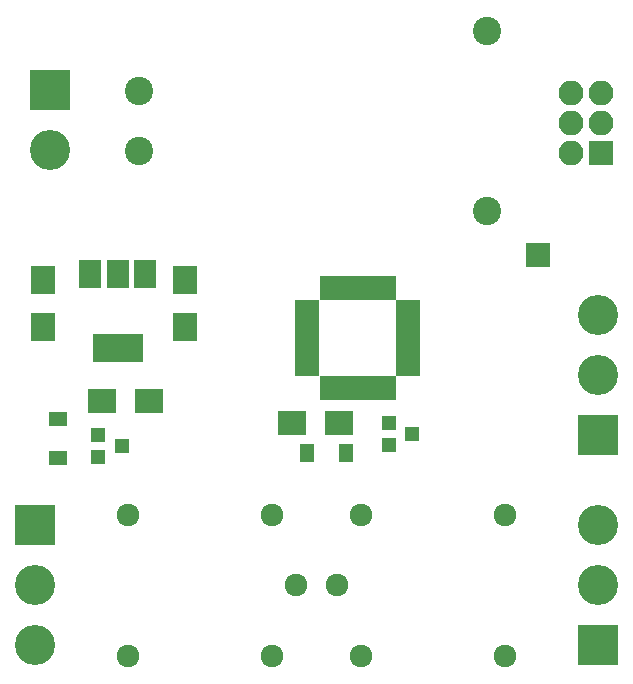
<source format=gts>
G04 #@! TF.FileFunction,Soldermask,Top*
%FSLAX46Y46*%
G04 Gerber Fmt 4.6, Leading zero omitted, Abs format (unit mm)*
G04 Created by KiCad (PCBNEW 4.0.5-e0-6337~49~ubuntu16.04.1) date Mon Jan 23 08:36:28 2017*
%MOMM*%
%LPD*%
G01*
G04 APERTURE LIST*
%ADD10C,0.100000*%
%ADD11R,2.000000X2.400000*%
%ADD12R,2.000000X0.950000*%
%ADD13R,0.950000X2.000000*%
%ADD14C,3.400000*%
%ADD15R,3.400000X3.400000*%
%ADD16R,2.100000X2.100000*%
%ADD17O,2.100000X2.100000*%
%ADD18R,1.300000X1.200000*%
%ADD19R,2.400000X2.100000*%
%ADD20C,1.924000*%
%ADD21R,1.900000X2.400000*%
%ADD22R,4.200000X2.400000*%
%ADD23C,2.400000*%
%ADD24R,1.300000X1.600000*%
%ADD25R,1.600000X1.300000*%
G04 APERTURE END LIST*
D10*
D11*
X109855000Y-91408000D03*
X109855000Y-87408000D03*
X121920000Y-91408000D03*
X121920000Y-87408000D03*
D12*
X132275000Y-95129000D03*
X132275000Y-94329000D03*
X132275000Y-93529000D03*
X132275000Y-92729000D03*
X132275000Y-91929000D03*
X132275000Y-91129000D03*
X132275000Y-90329000D03*
X132275000Y-89529000D03*
D13*
X133725000Y-88079000D03*
X134525000Y-88079000D03*
X135325000Y-88079000D03*
X136125000Y-88079000D03*
X136925000Y-88079000D03*
X137725000Y-88079000D03*
X138525000Y-88079000D03*
X139325000Y-88079000D03*
D12*
X140775000Y-89529000D03*
X140775000Y-90329000D03*
X140775000Y-91129000D03*
X140775000Y-91929000D03*
X140775000Y-92729000D03*
X140775000Y-93529000D03*
X140775000Y-94329000D03*
X140775000Y-95129000D03*
D13*
X139325000Y-96579000D03*
X138525000Y-96579000D03*
X137725000Y-96579000D03*
X136925000Y-96579000D03*
X136125000Y-96579000D03*
X135325000Y-96579000D03*
X134525000Y-96579000D03*
X133725000Y-96579000D03*
D14*
X110490000Y-76454000D03*
D15*
X110490000Y-71374000D03*
D16*
X151765000Y-85344000D03*
D17*
X154559000Y-71628000D03*
X157099000Y-71628000D03*
X154559000Y-74168000D03*
X157099000Y-74168000D03*
X154559000Y-76708000D03*
D16*
X157099000Y-76708000D03*
D15*
X156845000Y-118364000D03*
D14*
X156845000Y-113284000D03*
X156845000Y-108204000D03*
X109220000Y-118364000D03*
X109220000Y-113284000D03*
D15*
X109220000Y-108204000D03*
D14*
X156845000Y-90424000D03*
X156845000Y-95504000D03*
D15*
X156845000Y-100584000D03*
D18*
X139144500Y-99507000D03*
X139144500Y-101407000D03*
X141144500Y-100457000D03*
X116570000Y-101473000D03*
X114570000Y-102423000D03*
X114570000Y-100523000D03*
D19*
X134969000Y-99504500D03*
X130969000Y-99504500D03*
X118840000Y-97663000D03*
X114840000Y-97663000D03*
D20*
X136775000Y-107284000D03*
X136775000Y-119284000D03*
X148975000Y-119284000D03*
X148975000Y-107284000D03*
X134775000Y-113284000D03*
X131290000Y-113284000D03*
X117090000Y-119284000D03*
X117090000Y-107284000D03*
X129290000Y-107284000D03*
X129290000Y-119284000D03*
D21*
X118505000Y-86893000D03*
X113905000Y-86893000D03*
X116205000Y-86893000D03*
D22*
X116205000Y-93193000D03*
D23*
X118031001Y-71381001D03*
X118031001Y-76461001D03*
X147495001Y-66301001D03*
X147495001Y-81541001D03*
D24*
X132208000Y-102108000D03*
X135508000Y-102108000D03*
D25*
X111125000Y-102488000D03*
X111125000Y-99188000D03*
M02*

</source>
